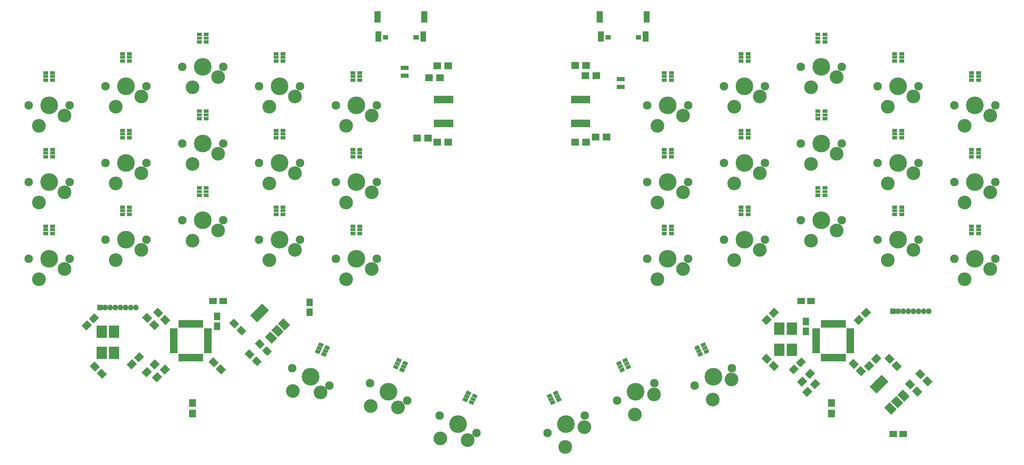
<source format=gbr>
G04 #@! TF.GenerationSoftware,KiCad,Pcbnew,(5.0.0)*
G04 #@! TF.CreationDate,2018-09-14T16:20:53+02:00*
G04 #@! TF.ProjectId,FNH35_rev1,464E4833355F726576312E6B69636164,rev?*
G04 #@! TF.SameCoordinates,Original*
G04 #@! TF.FileFunction,Soldermask,Top*
G04 #@! TF.FilePolarity,Negative*
%FSLAX46Y46*%
G04 Gerber Fmt 4.6, Leading zero omitted, Abs format (unit mm)*
G04 Created by KiCad (PCBNEW (5.0.0)) date 09/14/18 16:20:53*
%MOMM*%
%LPD*%
G01*
G04 APERTURE LIST*
%ADD10C,0.100000*%
%ADD11C,1.650000*%
%ADD12C,2.101800*%
%ADD13C,4.387800*%
%ADD14C,3.400000*%
%ADD15C,1.100000*%
%ADD16C,0.950000*%
%ADD17R,1.200000X0.900000*%
%ADD18R,1.200000X0.700000*%
%ADD19R,1.900000X1.700000*%
%ADD20R,1.700000X1.900000*%
%ADD21R,0.679400X1.873200*%
%ADD22R,1.873200X0.679400*%
%ADD23R,2.500000X3.100000*%
%ADD24R,0.850000X1.850000*%
%ADD25C,2.400000*%
%ADD26C,1.900000*%
%ADD27C,1.700000*%
%ADD28O,1.400000X1.400000*%
%ADD29R,1.400000X1.400000*%
%ADD30C,0.900000*%
%ADD31C,0.700000*%
%ADD32R,1.900000X1.650000*%
%ADD33R,1.650000X1.900000*%
%ADD34R,0.800000X1.000000*%
G04 APERTURE END LIST*
D10*
G04 #@! TO.C,J102*
G36*
X-18017000Y-22331000D02*
X-16499750Y-22331000D01*
X-16499750Y-19514530D01*
X-18017000Y-19514530D01*
X-18017000Y-22331000D01*
G37*
G36*
X-6388530Y-22331000D02*
X-4899750Y-22331000D01*
X-4899750Y-19517120D01*
X-6388530Y-19517120D01*
X-6388530Y-22331000D01*
G37*
G36*
X-17707490Y-27081000D02*
X-16299750Y-27081000D01*
X-16299750Y-24479390D01*
X-17707490Y-24479390D01*
X-17707490Y-27081000D01*
G37*
G36*
X-6596600Y-27081000D02*
X-5199750Y-27081000D01*
X-5199750Y-24480160D01*
X-6596600Y-24480160D01*
X-6596600Y-27081000D01*
G37*
G36*
X-15882640Y-26506000D02*
X-14574750Y-26506000D01*
X-14574750Y-25455420D01*
X-15882640Y-25455420D01*
X-15882640Y-26506000D01*
G37*
G36*
X-8319250Y-26506000D02*
X-7024750Y-26506000D01*
X-7024750Y-25455428D01*
X-8319250Y-25455428D01*
X-8319250Y-26506000D01*
G37*
G04 #@! TO.C,J3*
G36*
X46850250Y-26506000D02*
X48144750Y-26506000D01*
X48144750Y-25455428D01*
X46850250Y-25455428D01*
X46850250Y-26506000D01*
G37*
G36*
X39286860Y-26506000D02*
X40594750Y-26506000D01*
X40594750Y-25455420D01*
X39286860Y-25455420D01*
X39286860Y-26506000D01*
G37*
G36*
X48572900Y-27081000D02*
X49969750Y-27081000D01*
X49969750Y-24480160D01*
X48572900Y-24480160D01*
X48572900Y-27081000D01*
G37*
G36*
X37462010Y-27081000D02*
X38869750Y-27081000D01*
X38869750Y-24479390D01*
X37462010Y-24479390D01*
X37462010Y-27081000D01*
G37*
G36*
X48780970Y-22331000D02*
X50269750Y-22331000D01*
X50269750Y-19517120D01*
X48780970Y-19517120D01*
X48780970Y-22331000D01*
G37*
G36*
X37152500Y-22331000D02*
X38669750Y-22331000D01*
X38669750Y-19514530D01*
X37152500Y-19514530D01*
X37152500Y-22331000D01*
G37*
G04 #@! TD*
D11*
G04 #@! TO.C,C101*
X-78195133Y-107177766D03*
D10*
G36*
X-78106745Y-105922651D02*
X-76940018Y-107089378D01*
X-78283521Y-108432881D01*
X-79450248Y-107266154D01*
X-78106745Y-105922651D01*
X-78106745Y-105922651D01*
G37*
D11*
X-76427367Y-105410000D03*
D10*
G36*
X-76338979Y-104154885D02*
X-75172252Y-105321612D01*
X-76515755Y-106665115D01*
X-77682482Y-105498388D01*
X-76338979Y-104154885D01*
X-76338979Y-104154885D01*
G37*
G04 #@! TD*
D11*
G04 #@! TO.C,C104*
X-72617367Y-97403883D03*
D10*
G36*
X-71362252Y-97492271D02*
X-72528979Y-98658998D01*
X-73872482Y-97315495D01*
X-72705755Y-96148768D01*
X-71362252Y-97492271D01*
X-71362252Y-97492271D01*
G37*
D11*
X-74385133Y-95636117D03*
D10*
G36*
X-73130018Y-95724505D02*
X-74296745Y-96891232D01*
X-75640248Y-95547729D01*
X-74473521Y-94381002D01*
X-73130018Y-95724505D01*
X-73130018Y-95724505D01*
G37*
G04 #@! TD*
D12*
G04 #@! TO.C,K209*
X-55518750Y-33337500D03*
X-65678750Y-33337500D03*
D13*
X-60598750Y-33337500D03*
D14*
X-56788750Y-35877500D03*
X-63138750Y-38417500D03*
G04 #@! TD*
D12*
G04 #@! TO.C,K213*
X-74568750Y-38100000D03*
X-84728750Y-38100000D03*
D13*
X-79648750Y-38100000D03*
D14*
X-75838750Y-40640000D03*
X-82188750Y-43180000D03*
G04 #@! TD*
D15*
G04 #@! TO.C,J102*
X-17249750Y-20931000D03*
X-5649750Y-20931000D03*
X-16999750Y-25781000D03*
X-5899750Y-25781000D03*
D16*
X-15224750Y-25981000D03*
X-7674750Y-25981000D03*
G04 #@! TD*
D17*
G04 #@! TO.C,DB302*
X-23348750Y-74718750D03*
D18*
X-23348750Y-73818750D03*
D17*
X-23348750Y-72918750D03*
X-21648750Y-72918750D03*
D18*
X-21648750Y-73818750D03*
D17*
X-21648750Y-74718750D03*
G04 #@! TD*
D14*
G04 #@! TO.C,K214*
X-82188750Y-62230000D03*
X-75838750Y-59690000D03*
D13*
X-79648750Y-57150000D03*
D12*
X-84728750Y-57150000D03*
X-74568750Y-57150000D03*
G04 #@! TD*
D14*
G04 #@! TO.C,K203*
X-25038750Y-86042500D03*
X-18688750Y-83502500D03*
D13*
X-22498750Y-80962500D03*
D12*
X-27578750Y-80962500D03*
X-17418750Y-80962500D03*
G04 #@! TD*
D14*
G04 #@! TO.C,K215*
X-82188750Y-81280000D03*
X-75838750Y-78740000D03*
D13*
X-79648750Y-76200000D03*
D12*
X-84728750Y-76200000D03*
X-74568750Y-76200000D03*
G04 #@! TD*
G04 #@! TO.C,K216*
X-93618750Y-42862500D03*
X-103778750Y-42862500D03*
D13*
X-98698750Y-42862500D03*
D14*
X-94888750Y-45402500D03*
X-101238750Y-47942500D03*
G04 #@! TD*
D12*
G04 #@! TO.C,K204*
X7355064Y-124224396D03*
X-1853024Y-119930594D03*
D13*
X2751020Y-122077495D03*
D14*
X5130602Y-125989692D03*
X-1697903Y-125608088D03*
G04 #@! TD*
D12*
G04 #@! TO.C,K211*
X-55518750Y-71437500D03*
X-65678750Y-71437500D03*
D13*
X-60598750Y-71437500D03*
D14*
X-56788750Y-73977500D03*
X-63138750Y-76517500D03*
G04 #@! TD*
D17*
G04 #@! TO.C,DB316*
X-97848750Y-36618750D03*
D18*
X-97848750Y-35718750D03*
D17*
X-97848750Y-34818750D03*
X-99548750Y-34818750D03*
D18*
X-99548750Y-35718750D03*
D17*
X-99548750Y-36618750D03*
G04 #@! TD*
G04 #@! TO.C,DB314*
X-80498750Y-69956250D03*
D18*
X-80498750Y-69056250D03*
D17*
X-80498750Y-68156250D03*
X-78798750Y-68156250D03*
D18*
X-78798750Y-69056250D03*
D17*
X-78798750Y-69956250D03*
G04 #@! TD*
D14*
G04 #@! TO.C,K210*
X-63138750Y-57467500D03*
X-56788750Y-54927500D03*
D13*
X-60598750Y-52387500D03*
D12*
X-65678750Y-52387500D03*
X-55518750Y-52387500D03*
G04 #@! TD*
G04 #@! TO.C,K207*
X-36468750Y-76200000D03*
X-46628750Y-76200000D03*
D13*
X-41548750Y-76200000D03*
D14*
X-37738750Y-78740000D03*
X-44088750Y-81280000D03*
G04 #@! TD*
D12*
G04 #@! TO.C,K202*
X-17418750Y-61912500D03*
X-27578750Y-61912500D03*
D13*
X-22498750Y-61912500D03*
D14*
X-18688750Y-64452500D03*
X-25038750Y-66992500D03*
G04 #@! TD*
D12*
G04 #@! TO.C,K206*
X-36468750Y-57150000D03*
X-46628750Y-57150000D03*
D13*
X-41548750Y-57150000D03*
D14*
X-37738750Y-59690000D03*
X-44088750Y-62230000D03*
G04 #@! TD*
G04 #@! TO.C,K205*
X-44088750Y-43180000D03*
X-37738750Y-40640000D03*
D13*
X-41548750Y-38100000D03*
D12*
X-46628750Y-38100000D03*
X-36468750Y-38100000D03*
G04 #@! TD*
G04 #@! TO.C,K218*
X-93618750Y-80962500D03*
X-103778750Y-80962500D03*
D13*
X-98698750Y-80962500D03*
D14*
X-94888750Y-83502500D03*
X-101238750Y-86042500D03*
G04 #@! TD*
D19*
G04 #@! TO.C,R107*
X-2411250Y-52050000D03*
X288750Y-52050000D03*
G04 #@! TD*
D20*
G04 #@! TO.C,R103*
X-63138750Y-119460000D03*
X-63138750Y-116760000D03*
G04 #@! TD*
D21*
G04 #@! TO.C,U102*
X-66288350Y-97129600D03*
X-65805750Y-97129600D03*
X-65297750Y-97129600D03*
X-64789750Y-97129600D03*
X-64307150Y-97129600D03*
X-63799150Y-97129600D03*
X-63291150Y-97129600D03*
X-62783150Y-97129600D03*
X-62300550Y-97129600D03*
X-61792550Y-97129600D03*
X-61284550Y-97129600D03*
X-60801950Y-97129600D03*
D22*
X-59328750Y-98602800D03*
X-59328750Y-99085400D03*
X-59328750Y-99593400D03*
X-59328750Y-100101400D03*
X-59328750Y-100584000D03*
X-59328750Y-101092000D03*
X-59328750Y-101600000D03*
X-59328750Y-102108000D03*
X-59328750Y-102590600D03*
X-59328750Y-103098600D03*
X-59328750Y-103606600D03*
X-59328750Y-104089200D03*
D21*
X-60801950Y-105562400D03*
X-61284550Y-105562400D03*
X-61792550Y-105562400D03*
X-62300550Y-105562400D03*
X-62783150Y-105562400D03*
X-63291150Y-105562400D03*
X-63799150Y-105562400D03*
X-64307150Y-105562400D03*
X-64789750Y-105562400D03*
X-65297750Y-105562400D03*
X-65805750Y-105562400D03*
X-66288350Y-105562400D03*
D22*
X-67761550Y-104089200D03*
X-67761550Y-103606600D03*
X-67761550Y-103098600D03*
X-67761550Y-102590600D03*
X-67761550Y-102108000D03*
X-67761550Y-101600000D03*
X-67761550Y-101092000D03*
X-67761550Y-100584000D03*
X-67761550Y-100101400D03*
X-67761550Y-99593400D03*
X-67761550Y-99085400D03*
X-67761550Y-98602800D03*
G04 #@! TD*
D23*
G04 #@! TO.C,X101*
X-85667750Y-99077001D03*
X-85667750Y-104376999D03*
X-82567750Y-104376999D03*
X-82567750Y-99077001D03*
G04 #@! TD*
D24*
G04 #@! TO.C,U103*
X1097130Y-41463445D03*
X447130Y-41463445D03*
X-202870Y-41463445D03*
X-852870Y-41463445D03*
X-1502870Y-41463445D03*
X-2152870Y-41463445D03*
X-2802870Y-41463445D03*
X-2802870Y-47363445D03*
X-2152870Y-47363445D03*
X-1502870Y-47363445D03*
X-852870Y-47363445D03*
X-202870Y-47363445D03*
X447130Y-47363445D03*
X1097130Y-47363445D03*
G04 #@! TD*
D25*
G04 #@! TO.C,U101*
X-46482155Y-94424161D03*
D10*
G36*
X-44148703Y-93787765D02*
X-47118551Y-96757613D01*
X-48815607Y-95060557D01*
X-45845759Y-92090709D01*
X-44148703Y-93787765D01*
X-44148703Y-93787765D01*
G37*
D26*
X-42027383Y-98878933D03*
D10*
G36*
X-40507103Y-99055710D02*
X-41850606Y-100399213D01*
X-43547663Y-98702156D01*
X-42204160Y-97358653D01*
X-40507103Y-99055710D01*
X-40507103Y-99055710D01*
G37*
D26*
X-40401037Y-97252588D03*
D10*
G36*
X-38880757Y-97429365D02*
X-40224260Y-98772868D01*
X-41921317Y-97075811D01*
X-40577814Y-95732308D01*
X-38880757Y-97429365D01*
X-38880757Y-97429365D01*
G37*
D26*
X-43653728Y-100505279D03*
D10*
G36*
X-42133448Y-100682056D02*
X-43476951Y-102025559D01*
X-45174008Y-100328502D01*
X-43830505Y-98984999D01*
X-42133448Y-100682056D01*
X-42133448Y-100682056D01*
G37*
G04 #@! TD*
D27*
G04 #@! TO.C,R102*
X-72546656Y-107197906D03*
D10*
G36*
X-72617367Y-108470698D02*
X-73819448Y-107268617D01*
X-72475945Y-105925114D01*
X-71273864Y-107127195D01*
X-72617367Y-108470698D01*
X-72617367Y-108470698D01*
G37*
D27*
X-74455844Y-109107094D03*
D10*
G36*
X-74526555Y-110379886D02*
X-75728636Y-109177805D01*
X-74385133Y-107834302D01*
X-73183052Y-109036383D01*
X-74526555Y-110379886D01*
X-74526555Y-110379886D01*
G37*
G04 #@! TD*
D19*
G04 #@! TO.C,R104*
X288750Y-33050000D03*
X-2411250Y-33050000D03*
G04 #@! TD*
G04 #@! TO.C,R105*
X-4411250Y-36050000D03*
X-1711250Y-36050000D03*
G04 #@! TD*
D11*
G04 #@! TO.C,C102*
X-71642633Y-94366117D03*
D10*
G36*
X-70387518Y-94454505D02*
X-71554245Y-95621232D01*
X-72897748Y-94277729D01*
X-71731021Y-93111002D01*
X-70387518Y-94454505D01*
X-70387518Y-94454505D01*
G37*
D11*
X-69874867Y-96133883D03*
D10*
G36*
X-68619752Y-96222271D02*
X-69786479Y-97388998D01*
X-71129982Y-96045495D01*
X-69963255Y-94878768D01*
X-68619752Y-96222271D01*
X-68619752Y-96222271D01*
G37*
G04 #@! TD*
D27*
G04 #@! TO.C,R101*
X-70006656Y-108467906D03*
D10*
G36*
X-69935945Y-107195114D02*
X-68733864Y-108397195D01*
X-70077367Y-109740698D01*
X-71279448Y-108538617D01*
X-69935945Y-107195114D01*
X-69935945Y-107195114D01*
G37*
D27*
X-71915844Y-110377094D03*
D10*
G36*
X-71845133Y-109104302D02*
X-70643052Y-110306383D01*
X-71986555Y-111649886D01*
X-73188636Y-110447805D01*
X-71845133Y-109104302D01*
X-71845133Y-109104302D01*
G37*
G04 #@! TD*
D28*
G04 #@! TO.C,J103*
X-77171250Y-93050000D03*
X-78441250Y-93050000D03*
X-79711250Y-93050000D03*
X-80981250Y-93050000D03*
X-82251250Y-93050000D03*
X-83521250Y-93050000D03*
X-84791250Y-93050000D03*
D29*
X-86061250Y-93050000D03*
G04 #@! TD*
D17*
G04 #@! TO.C,DB317*
X-99548750Y-74718750D03*
D18*
X-99548750Y-73818750D03*
D17*
X-99548750Y-72918750D03*
X-97848750Y-72918750D03*
D18*
X-97848750Y-73818750D03*
D17*
X-97848750Y-74718750D03*
G04 #@! TD*
D30*
G04 #@! TO.C,DB303*
X6836963Y-115049896D03*
D10*
G36*
X6103000Y-115204164D02*
X6483357Y-114388487D01*
X7570926Y-114895628D01*
X7190569Y-115711305D01*
X6103000Y-115204164D01*
X6103000Y-115204164D01*
G37*
D31*
X6456608Y-115865573D03*
D10*
G36*
X5764907Y-115929210D02*
X6060740Y-115294794D01*
X7148309Y-115801936D01*
X6852476Y-116436352D01*
X5764907Y-115929210D01*
X5764907Y-115929210D01*
G37*
D30*
X6076250Y-116681250D03*
D10*
G36*
X5342287Y-116835518D02*
X5722644Y-116019841D01*
X6810213Y-116526982D01*
X6429856Y-117342659D01*
X5342287Y-116835518D01*
X5342287Y-116835518D01*
G37*
D30*
X4535527Y-115962798D03*
D10*
G36*
X3801564Y-116117066D02*
X4181921Y-115301389D01*
X5269490Y-115808530D01*
X4889133Y-116624207D01*
X3801564Y-116117066D01*
X3801564Y-116117066D01*
G37*
D31*
X4915882Y-115147121D03*
D10*
G36*
X4224181Y-115210758D02*
X4520014Y-114576342D01*
X5607583Y-115083484D01*
X5311750Y-115717900D01*
X4224181Y-115210758D01*
X4224181Y-115210758D01*
G37*
D30*
X5296240Y-114331444D03*
D10*
G36*
X4562277Y-114485712D02*
X4942634Y-113670035D01*
X6030203Y-114177176D01*
X5649846Y-114992853D01*
X4562277Y-114485712D01*
X4562277Y-114485712D01*
G37*
G04 #@! TD*
D17*
G04 #@! TO.C,DB318*
X-97848750Y-53868750D03*
D18*
X-97848750Y-54768750D03*
D17*
X-97848750Y-55668750D03*
X-99548750Y-55668750D03*
D18*
X-99548750Y-54768750D03*
D17*
X-99548750Y-53868750D03*
G04 #@! TD*
D11*
G04 #@! TO.C,C108*
X-47180886Y-106425430D03*
D10*
G36*
X-45925771Y-106513818D02*
X-47092498Y-107680545D01*
X-48436001Y-106337042D01*
X-47269274Y-105170315D01*
X-45925771Y-106513818D01*
X-45925771Y-106513818D01*
G37*
D11*
X-48948652Y-104657664D03*
D10*
G36*
X-47693537Y-104746052D02*
X-48860264Y-105912779D01*
X-50203767Y-104569276D01*
X-49037040Y-103402549D01*
X-47693537Y-104746052D01*
X-47693537Y-104746052D01*
G37*
G04 #@! TD*
D11*
G04 #@! TO.C,C105*
X-57875133Y-106680000D03*
D10*
G36*
X-59130248Y-106591612D02*
X-57963521Y-105424885D01*
X-56620018Y-106768388D01*
X-57786745Y-107935115D01*
X-59130248Y-106591612D01*
X-59130248Y-106591612D01*
G37*
D11*
X-56107367Y-108447766D03*
D10*
G36*
X-57362482Y-108359378D02*
X-56195755Y-107192651D01*
X-54852252Y-108536154D01*
X-56018979Y-109702881D01*
X-57362482Y-108359378D01*
X-57362482Y-108359378D01*
G37*
G04 #@! TD*
D32*
G04 #@! TO.C,C103*
X-55538750Y-91440000D03*
X-58038750Y-91440000D03*
G04 #@! TD*
D30*
G04 #@! TO.C,DB311*
X-31302868Y-102359621D03*
D10*
G36*
X-32036831Y-102513889D02*
X-31656474Y-101698212D01*
X-30568905Y-102205353D01*
X-30949262Y-103021030D01*
X-32036831Y-102513889D01*
X-32036831Y-102513889D01*
G37*
D31*
X-31683226Y-103175298D03*
D10*
G36*
X-32374927Y-103238935D02*
X-32079094Y-102604519D01*
X-30991525Y-103111661D01*
X-31287358Y-103746077D01*
X-32374927Y-103238935D01*
X-32374927Y-103238935D01*
G37*
D30*
X-32063581Y-103990975D03*
D10*
G36*
X-32797544Y-104145243D02*
X-32417187Y-103329566D01*
X-31329618Y-103836707D01*
X-31709975Y-104652384D01*
X-32797544Y-104145243D01*
X-32797544Y-104145243D01*
G37*
D30*
X-30522858Y-104709427D03*
D10*
G36*
X-31256821Y-104863695D02*
X-30876464Y-104048018D01*
X-29788895Y-104555159D01*
X-30169252Y-105370836D01*
X-31256821Y-104863695D01*
X-31256821Y-104863695D01*
G37*
D31*
X-30142500Y-103893750D03*
D10*
G36*
X-30834201Y-103957387D02*
X-30538368Y-103322971D01*
X-29450799Y-103830113D01*
X-29746632Y-104464529D01*
X-30834201Y-103957387D01*
X-30834201Y-103957387D01*
G37*
D30*
X-29762145Y-103078073D03*
D10*
G36*
X-30496108Y-103232341D02*
X-30115751Y-102416664D01*
X-29028182Y-102923805D01*
X-29408539Y-103739482D01*
X-30496108Y-103232341D01*
X-30496108Y-103232341D01*
G37*
G04 #@! TD*
D17*
G04 #@! TO.C,DB305*
X-42398750Y-31856250D03*
D18*
X-42398750Y-30956250D03*
D17*
X-42398750Y-30056250D03*
X-40698750Y-30056250D03*
D18*
X-40698750Y-30956250D03*
D17*
X-40698750Y-31856250D03*
G04 #@! TD*
G04 #@! TO.C,DB308*
X-42398750Y-49106250D03*
D18*
X-42398750Y-50006250D03*
D17*
X-42398750Y-50906250D03*
X-40698750Y-50906250D03*
D18*
X-40698750Y-50006250D03*
D17*
X-40698750Y-49106250D03*
G04 #@! TD*
D11*
G04 #@! TO.C,C111*
X-52758652Y-97037664D03*
D10*
G36*
X-51503537Y-97126052D02*
X-52670264Y-98292779D01*
X-54013767Y-96949276D01*
X-52847040Y-95782549D01*
X-51503537Y-97126052D01*
X-51503537Y-97126052D01*
G37*
D11*
X-50990886Y-98805430D03*
D10*
G36*
X-49735771Y-98893818D02*
X-50902498Y-100060545D01*
X-52246001Y-98717042D01*
X-51079274Y-97550315D01*
X-49735771Y-98893818D01*
X-49735771Y-98893818D01*
G37*
G04 #@! TD*
D17*
G04 #@! TO.C,DB304*
X-21648750Y-53868750D03*
D18*
X-21648750Y-54768750D03*
D17*
X-21648750Y-55668750D03*
X-23348750Y-55668750D03*
D18*
X-23348750Y-54768750D03*
D17*
X-23348750Y-53868750D03*
G04 #@! TD*
G04 #@! TO.C,DB312*
X-59748750Y-44343750D03*
D18*
X-59748750Y-45243750D03*
D17*
X-59748750Y-46143750D03*
X-61448750Y-46143750D03*
D18*
X-61448750Y-45243750D03*
D17*
X-61448750Y-44343750D03*
G04 #@! TD*
D30*
G04 #@! TO.C,DB307*
X-10392500Y-106956250D03*
D10*
G36*
X-11126463Y-107110518D02*
X-10746106Y-106294841D01*
X-9658537Y-106801982D01*
X-10038894Y-107617659D01*
X-11126463Y-107110518D01*
X-11126463Y-107110518D01*
G37*
D31*
X-10772855Y-107771927D03*
D10*
G36*
X-11464556Y-107835564D02*
X-11168723Y-107201148D01*
X-10081154Y-107708290D01*
X-10376987Y-108342706D01*
X-11464556Y-107835564D01*
X-11464556Y-107835564D01*
G37*
D30*
X-11153213Y-108587604D03*
D10*
G36*
X-11887176Y-108741872D02*
X-11506819Y-107926195D01*
X-10419250Y-108433336D01*
X-10799607Y-109249013D01*
X-11887176Y-108741872D01*
X-11887176Y-108741872D01*
G37*
D30*
X-12693936Y-107869152D03*
D10*
G36*
X-13427899Y-108023420D02*
X-13047542Y-107207743D01*
X-11959973Y-107714884D01*
X-12340330Y-108530561D01*
X-13427899Y-108023420D01*
X-13427899Y-108023420D01*
G37*
D31*
X-12313581Y-107053475D03*
D10*
G36*
X-13005282Y-107117112D02*
X-12709449Y-106482696D01*
X-11621880Y-106989838D01*
X-11917713Y-107624254D01*
X-13005282Y-107117112D01*
X-13005282Y-107117112D01*
G37*
D30*
X-11933223Y-106237798D03*
D10*
G36*
X-12667186Y-106392066D02*
X-12286829Y-105576389D01*
X-11199260Y-106083530D01*
X-11579617Y-106899207D01*
X-12667186Y-106392066D01*
X-12667186Y-106392066D01*
G37*
G04 #@! TD*
D17*
G04 #@! TO.C,DB315*
X-80498750Y-49106250D03*
D18*
X-80498750Y-50006250D03*
D17*
X-80498750Y-50906250D03*
X-78798750Y-50906250D03*
D18*
X-78798750Y-50006250D03*
D17*
X-78798750Y-49106250D03*
G04 #@! TD*
D33*
G04 #@! TO.C,C112*
X-34094769Y-94294047D03*
X-34094769Y-91794047D03*
G04 #@! TD*
D11*
G04 #@! TO.C,C107*
X-89379133Y-97525883D03*
D10*
G36*
X-89290745Y-96270768D02*
X-88124018Y-97437495D01*
X-89467521Y-98780998D01*
X-90634248Y-97614271D01*
X-89290745Y-96270768D01*
X-89290745Y-96270768D01*
G37*
D11*
X-87611367Y-95758117D03*
D10*
G36*
X-87522979Y-94503002D02*
X-86356252Y-95669729D01*
X-87699755Y-97013232D01*
X-88866482Y-95846505D01*
X-87522979Y-94503002D01*
X-87522979Y-94503002D01*
G37*
G04 #@! TD*
D17*
G04 #@! TO.C,DB306*
X-40698750Y-69956250D03*
D18*
X-40698750Y-69056250D03*
D17*
X-40698750Y-68156250D03*
X-42398750Y-68156250D03*
D18*
X-42398750Y-69056250D03*
D17*
X-42398750Y-69956250D03*
G04 #@! TD*
D11*
G04 #@! TO.C,C109*
X-87379133Y-107758117D03*
D10*
G36*
X-88634248Y-107669729D02*
X-87467521Y-106503002D01*
X-86124018Y-107846505D01*
X-87290745Y-109013232D01*
X-88634248Y-107669729D01*
X-88634248Y-107669729D01*
G37*
D11*
X-85611367Y-109525883D03*
D10*
G36*
X-86866482Y-109437495D02*
X-85699755Y-108270768D01*
X-84356252Y-109614271D01*
X-85522979Y-110780998D01*
X-86866482Y-109437495D01*
X-86866482Y-109437495D01*
G37*
G04 #@! TD*
D17*
G04 #@! TO.C,DB313*
X-80498750Y-31856250D03*
D18*
X-80498750Y-30956250D03*
D17*
X-80498750Y-30056250D03*
X-78798750Y-30056250D03*
D18*
X-78798750Y-30956250D03*
D17*
X-78798750Y-31856250D03*
G04 #@! TD*
G04 #@! TO.C,DB309*
X-59748750Y-27093750D03*
D18*
X-59748750Y-26193750D03*
D17*
X-59748750Y-25293750D03*
X-61448750Y-25293750D03*
D18*
X-61448750Y-26193750D03*
D17*
X-61448750Y-27093750D03*
G04 #@! TD*
G04 #@! TO.C,DB301*
X-21648750Y-36618750D03*
D18*
X-21648750Y-35718750D03*
D17*
X-21648750Y-34818750D03*
X-23348750Y-34818750D03*
D18*
X-23348750Y-35718750D03*
D17*
X-23348750Y-36618750D03*
G04 #@! TD*
D19*
G04 #@! TO.C,R106*
X-4711250Y-51050000D03*
X-7411250Y-51050000D03*
G04 #@! TD*
D33*
G04 #@! TO.C,C106*
X-56991250Y-95270000D03*
X-56991250Y-97770000D03*
G04 #@! TD*
D11*
G04 #@! TO.C,C110*
X-44640886Y-103885430D03*
D10*
G36*
X-43385771Y-103973818D02*
X-44552498Y-105140545D01*
X-45896001Y-103797042D01*
X-44729274Y-102630315D01*
X-43385771Y-103973818D01*
X-43385771Y-103973818D01*
G37*
D11*
X-46408652Y-102117664D03*
D10*
G36*
X-45153537Y-102206052D02*
X-46320264Y-103372779D01*
X-47663767Y-102029276D01*
X-46497040Y-100862549D01*
X-45153537Y-102206052D01*
X-45153537Y-102206052D01*
G37*
G04 #@! TD*
D17*
G04 #@! TO.C,DB310*
X-59748750Y-65193750D03*
D18*
X-59748750Y-64293750D03*
D17*
X-59748750Y-63393750D03*
X-61448750Y-63393750D03*
D18*
X-61448750Y-64293750D03*
D17*
X-61448750Y-65193750D03*
G04 #@! TD*
D14*
G04 #@! TO.C,K217*
X-101238750Y-66992500D03*
X-94888750Y-64452500D03*
D13*
X-98698750Y-61912500D03*
D12*
X-103778750Y-61912500D03*
X-93618750Y-61912500D03*
G04 #@! TD*
D14*
G04 #@! TO.C,K208*
X-18963067Y-117557210D03*
X-12134562Y-117938814D03*
D13*
X-14514144Y-114026617D03*
D12*
X-19118188Y-111879716D03*
X-9910100Y-116173518D03*
G04 #@! TD*
G04 #@! TO.C,K212*
X-29187982Y-112438931D03*
X-38396070Y-108145129D03*
D13*
X-33792026Y-110292030D03*
D14*
X-31412444Y-114204227D03*
X-38240949Y-113822623D03*
G04 #@! TD*
G04 #@! TO.C,K201*
X-25038750Y-47942500D03*
X-18688750Y-45402500D03*
D13*
X-22498750Y-42862500D03*
D12*
X-27578750Y-42862500D03*
X-17418750Y-42862500D03*
G04 #@! TD*
G04 #@! TO.C,K1*
X136048750Y-61912500D03*
X125888750Y-61912500D03*
D13*
X130968750Y-61912500D03*
D14*
X134778750Y-64452500D03*
X128428750Y-66992500D03*
G04 #@! TD*
D12*
G04 #@! TO.C,K40*
X59848750Y-42862500D03*
X49688750Y-42862500D03*
D13*
X54768750Y-42862500D03*
D14*
X58578750Y-45402500D03*
X52228750Y-47942500D03*
G04 #@! TD*
G04 #@! TO.C,K20*
X90328750Y-38417500D03*
X96678750Y-35877500D03*
D13*
X92868750Y-33337500D03*
D12*
X87788750Y-33337500D03*
X97948750Y-33337500D03*
G04 #@! TD*
D14*
G04 #@! TO.C,K23*
X65906905Y-115969524D03*
X70588509Y-110983876D03*
D13*
X66062026Y-110292030D03*
D12*
X61457982Y-112438931D03*
X70666070Y-108145129D03*
G04 #@! TD*
G04 #@! TO.C,K33*
X51388188Y-111879716D03*
X42180100Y-116173518D03*
D13*
X46784144Y-114026617D03*
D14*
X51310627Y-114718463D03*
X46629023Y-119704111D03*
G04 #@! TD*
D17*
G04 #@! TO.C,DB0*
X131818750Y-34818750D03*
D18*
X131818750Y-35718750D03*
D17*
X131818750Y-36618750D03*
X130118750Y-36618750D03*
D18*
X130118750Y-35718750D03*
D17*
X130118750Y-34818750D03*
G04 #@! TD*
D14*
G04 #@! TO.C,K22*
X90328750Y-76517500D03*
X96678750Y-73977500D03*
D13*
X92868750Y-71437500D03*
D12*
X87788750Y-71437500D03*
X97948750Y-71437500D03*
G04 #@! TD*
G04 #@! TO.C,K30*
X78898750Y-38100000D03*
X68738750Y-38100000D03*
D13*
X73818750Y-38100000D03*
D14*
X77628750Y-40640000D03*
X71278750Y-43180000D03*
G04 #@! TD*
D12*
G04 #@! TO.C,K42*
X59848750Y-80962500D03*
X49688750Y-80962500D03*
D13*
X54768750Y-80962500D03*
D14*
X58578750Y-83502500D03*
X52228750Y-86042500D03*
G04 #@! TD*
G04 #@! TO.C,K43*
X29363859Y-127754989D03*
X34045463Y-122769341D03*
D13*
X29518980Y-122077495D03*
D12*
X24914936Y-124224396D03*
X34123024Y-119930594D03*
G04 #@! TD*
D14*
G04 #@! TO.C,K0*
X128428750Y-47942500D03*
X134778750Y-45402500D03*
D13*
X130968750Y-42862500D03*
D12*
X125888750Y-42862500D03*
X136048750Y-42862500D03*
G04 #@! TD*
G04 #@! TO.C,K12*
X116998750Y-76200000D03*
X106838750Y-76200000D03*
D13*
X111918750Y-76200000D03*
D14*
X115728750Y-78740000D03*
X109378750Y-81280000D03*
G04 #@! TD*
G04 #@! TO.C,K10*
X109378750Y-43180000D03*
X115728750Y-40640000D03*
D13*
X111918750Y-38100000D03*
D12*
X106838750Y-38100000D03*
X116998750Y-38100000D03*
G04 #@! TD*
D14*
G04 #@! TO.C,K41*
X52228750Y-66992500D03*
X58578750Y-64452500D03*
D13*
X54768750Y-61912500D03*
D12*
X49688750Y-61912500D03*
X59848750Y-61912500D03*
G04 #@! TD*
D14*
G04 #@! TO.C,K31*
X71278750Y-62230000D03*
X77628750Y-59690000D03*
D13*
X73818750Y-57150000D03*
D12*
X68738750Y-57150000D03*
X78898750Y-57150000D03*
G04 #@! TD*
D14*
G04 #@! TO.C,K32*
X71278750Y-81280000D03*
X77628750Y-78740000D03*
D13*
X73818750Y-76200000D03*
D12*
X68738750Y-76200000D03*
X78898750Y-76200000D03*
G04 #@! TD*
D14*
G04 #@! TO.C,K2*
X128428750Y-86042500D03*
X134778750Y-83502500D03*
D13*
X130968750Y-80962500D03*
D12*
X125888750Y-80962500D03*
X136048750Y-80962500D03*
G04 #@! TD*
D16*
G04 #@! TO.C,J3*
X47494750Y-25981000D03*
X39944750Y-25981000D03*
D15*
X49269750Y-25781000D03*
X38169750Y-25781000D03*
X49519750Y-20931000D03*
X37919750Y-20931000D03*
G04 #@! TD*
D12*
G04 #@! TO.C,K21*
X97948750Y-52387500D03*
X87788750Y-52387500D03*
D13*
X92868750Y-52387500D03*
D14*
X96678750Y-54927500D03*
X90328750Y-57467500D03*
G04 #@! TD*
D12*
G04 #@! TO.C,K11*
X116998750Y-57150000D03*
X106838750Y-57150000D03*
D13*
X111918750Y-57150000D03*
D14*
X115728750Y-59690000D03*
X109378750Y-62230000D03*
G04 #@! TD*
D17*
G04 #@! TO.C,DB42*
X53918750Y-72918750D03*
D18*
X53918750Y-73818750D03*
D17*
X53918750Y-74718750D03*
X55618750Y-74718750D03*
D18*
X55618750Y-73818750D03*
D17*
X55618750Y-72918750D03*
G04 #@! TD*
G04 #@! TO.C,DB12*
X111068750Y-68156250D03*
D18*
X111068750Y-69056250D03*
D17*
X111068750Y-69956250D03*
X112768750Y-69956250D03*
D18*
X112768750Y-69056250D03*
D17*
X112768750Y-68156250D03*
G04 #@! TD*
G04 #@! TO.C,DB22*
X93718750Y-63393750D03*
D18*
X93718750Y-64293750D03*
D17*
X93718750Y-65193750D03*
X92018750Y-65193750D03*
D18*
X92018750Y-64293750D03*
D17*
X92018750Y-63393750D03*
G04 #@! TD*
G04 #@! TO.C,DB30*
X72968750Y-30056250D03*
D18*
X72968750Y-30956250D03*
D17*
X72968750Y-31856250D03*
X74668750Y-31856250D03*
D18*
X74668750Y-30956250D03*
D17*
X74668750Y-30056250D03*
G04 #@! TD*
G04 #@! TO.C,DB2*
X130118750Y-72918750D03*
D18*
X130118750Y-73818750D03*
D17*
X130118750Y-74718750D03*
X131818750Y-74718750D03*
D18*
X131818750Y-73818750D03*
D17*
X131818750Y-72918750D03*
G04 #@! TD*
G04 #@! TO.C,DB21*
X93718750Y-46143750D03*
D18*
X93718750Y-45243750D03*
D17*
X93718750Y-44343750D03*
X92018750Y-44343750D03*
D18*
X92018750Y-45243750D03*
D17*
X92018750Y-46143750D03*
G04 #@! TD*
G04 #@! TO.C,DB1*
X131818750Y-55668750D03*
D18*
X131818750Y-54768750D03*
D17*
X131818750Y-53868750D03*
X130118750Y-53868750D03*
D18*
X130118750Y-54768750D03*
D17*
X130118750Y-55668750D03*
G04 #@! TD*
G04 #@! TO.C,DB11*
X111068750Y-50906250D03*
D18*
X111068750Y-50006250D03*
D17*
X111068750Y-49106250D03*
X112768750Y-49106250D03*
D18*
X112768750Y-50006250D03*
D17*
X112768750Y-50906250D03*
G04 #@! TD*
G04 #@! TO.C,DB31*
X72968750Y-50906250D03*
D18*
X72968750Y-50006250D03*
D17*
X72968750Y-49106250D03*
X74668750Y-49106250D03*
D18*
X74668750Y-50006250D03*
D17*
X74668750Y-50906250D03*
G04 #@! TD*
G04 #@! TO.C,DB32*
X74668750Y-68156250D03*
D18*
X74668750Y-69056250D03*
D17*
X74668750Y-69956250D03*
X72968750Y-69956250D03*
D18*
X72968750Y-69056250D03*
D17*
X72968750Y-68156250D03*
G04 #@! TD*
G04 #@! TO.C,DB40*
X55618750Y-34818750D03*
D18*
X55618750Y-35718750D03*
D17*
X55618750Y-36618750D03*
X53918750Y-36618750D03*
D18*
X53918750Y-35718750D03*
D17*
X53918750Y-34818750D03*
G04 #@! TD*
G04 #@! TO.C,DB10*
X111068750Y-30056250D03*
D18*
X111068750Y-30956250D03*
D17*
X111068750Y-31856250D03*
X112768750Y-31856250D03*
D18*
X112768750Y-30956250D03*
D17*
X112768750Y-30056250D03*
G04 #@! TD*
G04 #@! TO.C,DB20*
X93718750Y-25293750D03*
D18*
X93718750Y-26193750D03*
D17*
X93718750Y-27093750D03*
X92018750Y-27093750D03*
D18*
X92018750Y-26193750D03*
D17*
X92018750Y-25293750D03*
G04 #@! TD*
D30*
G04 #@! TO.C,DB33*
X44963936Y-107869152D03*
D10*
G36*
X45317542Y-107207743D02*
X45697899Y-108023420D01*
X44610330Y-108530561D01*
X44229973Y-107714884D01*
X45317542Y-107207743D01*
X45317542Y-107207743D01*
G37*
D31*
X44583581Y-107053475D03*
D10*
G36*
X44979449Y-106482696D02*
X45275282Y-107117112D01*
X44187713Y-107624254D01*
X43891880Y-106989838D01*
X44979449Y-106482696D01*
X44979449Y-106482696D01*
G37*
D30*
X44203223Y-106237798D03*
D10*
G36*
X44556829Y-105576389D02*
X44937186Y-106392066D01*
X43849617Y-106899207D01*
X43469260Y-106083530D01*
X44556829Y-105576389D01*
X44556829Y-105576389D01*
G37*
D30*
X42662500Y-106956250D03*
D10*
G36*
X43016106Y-106294841D02*
X43396463Y-107110518D01*
X42308894Y-107617659D01*
X41928537Y-106801982D01*
X43016106Y-106294841D01*
X43016106Y-106294841D01*
G37*
D31*
X43042855Y-107771927D03*
D10*
G36*
X43438723Y-107201148D02*
X43734556Y-107835564D01*
X42646987Y-108342706D01*
X42351154Y-107708290D01*
X43438723Y-107201148D01*
X43438723Y-107201148D01*
G37*
D30*
X43423213Y-108587604D03*
D10*
G36*
X43776819Y-107926195D02*
X44157176Y-108741872D01*
X43069607Y-109249013D01*
X42689250Y-108433336D01*
X43776819Y-107926195D01*
X43776819Y-107926195D01*
G37*
G04 #@! TD*
D17*
G04 #@! TO.C,DB41*
X55618750Y-55668750D03*
D18*
X55618750Y-54768750D03*
D17*
X55618750Y-53868750D03*
X53918750Y-53868750D03*
D18*
X53918750Y-54768750D03*
D17*
X53918750Y-55668750D03*
G04 #@! TD*
D30*
G04 #@! TO.C,DB43*
X27734473Y-115962798D03*
D10*
G36*
X28088079Y-115301389D02*
X28468436Y-116117066D01*
X27380867Y-116624207D01*
X27000510Y-115808530D01*
X28088079Y-115301389D01*
X28088079Y-115301389D01*
G37*
D31*
X27354118Y-115147121D03*
D10*
G36*
X27749986Y-114576342D02*
X28045819Y-115210758D01*
X26958250Y-115717900D01*
X26662417Y-115083484D01*
X27749986Y-114576342D01*
X27749986Y-114576342D01*
G37*
D30*
X26973760Y-114331444D03*
D10*
G36*
X27327366Y-113670035D02*
X27707723Y-114485712D01*
X26620154Y-114992853D01*
X26239797Y-114177176D01*
X27327366Y-113670035D01*
X27327366Y-113670035D01*
G37*
D30*
X25433037Y-115049896D03*
D10*
G36*
X25786643Y-114388487D02*
X26167000Y-115204164D01*
X25079431Y-115711305D01*
X24699074Y-114895628D01*
X25786643Y-114388487D01*
X25786643Y-114388487D01*
G37*
D31*
X25813392Y-115865573D03*
D10*
G36*
X26209260Y-115294794D02*
X26505093Y-115929210D01*
X25417524Y-116436352D01*
X25121691Y-115801936D01*
X26209260Y-115294794D01*
X26209260Y-115294794D01*
G37*
D30*
X26193750Y-116681250D03*
D10*
G36*
X26547356Y-116019841D02*
X26927713Y-116835518D01*
X25840144Y-117342659D01*
X25459787Y-116526982D01*
X26547356Y-116019841D01*
X26547356Y-116019841D01*
G37*
G04 #@! TD*
D30*
G04 #@! TO.C,DB23*
X62792858Y-104709427D03*
D10*
G36*
X63146464Y-104048018D02*
X63526821Y-104863695D01*
X62439252Y-105370836D01*
X62058895Y-104555159D01*
X63146464Y-104048018D01*
X63146464Y-104048018D01*
G37*
D31*
X62412500Y-103893750D03*
D10*
G36*
X62808368Y-103322971D02*
X63104201Y-103957387D01*
X62016632Y-104464529D01*
X61720799Y-103830113D01*
X62808368Y-103322971D01*
X62808368Y-103322971D01*
G37*
D30*
X62032145Y-103078073D03*
D10*
G36*
X62385751Y-102416664D02*
X62766108Y-103232341D01*
X61678539Y-103739482D01*
X61298182Y-102923805D01*
X62385751Y-102416664D01*
X62385751Y-102416664D01*
G37*
D30*
X63572868Y-102359621D03*
D10*
G36*
X63926474Y-101698212D02*
X64306831Y-102513889D01*
X63219262Y-103021030D01*
X62838905Y-102205353D01*
X63926474Y-101698212D01*
X63926474Y-101698212D01*
G37*
D31*
X63953226Y-103175298D03*
D10*
G36*
X64349094Y-102604519D02*
X64644927Y-103238935D01*
X63557358Y-103746077D01*
X63261525Y-103111661D01*
X64349094Y-102604519D01*
X64349094Y-102604519D01*
G37*
D30*
X64333581Y-103990975D03*
D10*
G36*
X64687187Y-103329566D02*
X65067544Y-104145243D01*
X63979975Y-104652384D01*
X63599618Y-103836707D01*
X64687187Y-103329566D01*
X64687187Y-103329566D01*
G37*
G04 #@! TD*
D11*
G04 #@! TO.C,C1*
X81052633Y-94366117D03*
D10*
G36*
X81141021Y-93111002D02*
X82307748Y-94277729D01*
X80964245Y-95621232D01*
X79797518Y-94454505D01*
X81141021Y-93111002D01*
X81141021Y-93111002D01*
G37*
D11*
X79284867Y-96133883D03*
D10*
G36*
X79373255Y-94878768D02*
X80539982Y-96045495D01*
X79196479Y-97388998D01*
X78029752Y-96222271D01*
X79373255Y-94878768D01*
X79373255Y-94878768D01*
G37*
G04 #@! TD*
D11*
G04 #@! TO.C,C3*
X114844867Y-112146117D03*
D10*
G36*
X116099982Y-112234505D02*
X114933255Y-113401232D01*
X113589752Y-112057729D01*
X114756479Y-110891002D01*
X116099982Y-112234505D01*
X116099982Y-112234505D01*
G37*
D11*
X116612633Y-113913883D03*
D10*
G36*
X117867748Y-114002271D02*
X116701021Y-115168998D01*
X115357518Y-113825495D01*
X116524245Y-112658768D01*
X117867748Y-114002271D01*
X117867748Y-114002271D01*
G37*
G04 #@! TD*
D11*
G04 #@! TO.C,C5*
X102642633Y-108833883D03*
D10*
G36*
X101387518Y-108745495D02*
X102554245Y-107578768D01*
X103897748Y-108922271D01*
X102731021Y-110088998D01*
X101387518Y-108745495D01*
X101387518Y-108745495D01*
G37*
D11*
X100874867Y-107066117D03*
D10*
G36*
X99619752Y-106977729D02*
X100786479Y-105811002D01*
X102129982Y-107154505D01*
X100963255Y-108321232D01*
X99619752Y-106977729D01*
X99619752Y-106977729D01*
G37*
G04 #@! TD*
D11*
G04 #@! TO.C,C7*
X86020984Y-108447766D03*
D10*
G36*
X86109372Y-107192651D02*
X87276099Y-108359378D01*
X85932596Y-109702881D01*
X84765869Y-108536154D01*
X86109372Y-107192651D01*
X86109372Y-107192651D01*
G37*
D11*
X87788750Y-106680000D03*
D10*
G36*
X87877138Y-105424885D02*
X89043865Y-106591612D01*
X87700362Y-107935115D01*
X86533635Y-106768388D01*
X87877138Y-105424885D01*
X87877138Y-105424885D01*
G37*
G04 #@! TD*
D11*
G04 #@! TO.C,C4*
X111532633Y-107563883D03*
D10*
G36*
X112787748Y-107652271D02*
X111621021Y-108818998D01*
X110277518Y-107475495D01*
X111444245Y-106308768D01*
X112787748Y-107652271D01*
X112787748Y-107652271D01*
G37*
D11*
X109764867Y-105796117D03*
D10*
G36*
X111019982Y-105884505D02*
X109853255Y-107051232D01*
X108509752Y-105707729D01*
X109676479Y-104541002D01*
X111019982Y-105884505D01*
X111019982Y-105884505D01*
G37*
G04 #@! TD*
D32*
G04 #@! TO.C,C8*
X90308750Y-91440000D03*
X87808750Y-91440000D03*
G04 #@! TD*
D11*
G04 #@! TO.C,C11*
X104684867Y-107563883D03*
D10*
G36*
X104596479Y-108818998D02*
X103429752Y-107652271D01*
X104773255Y-106308768D01*
X105939982Y-107475495D01*
X104596479Y-108818998D01*
X104596479Y-108818998D01*
G37*
D11*
X106452633Y-105796117D03*
D10*
G36*
X106364245Y-107051232D02*
X105197518Y-105884505D01*
X106541021Y-104541002D01*
X107707748Y-105707729D01*
X106364245Y-107051232D01*
X106364245Y-107051232D01*
G37*
G04 #@! TD*
D29*
G04 #@! TO.C,J2*
X110648750Y-93980000D03*
D28*
X111918750Y-93980000D03*
X113188750Y-93980000D03*
X114458750Y-93980000D03*
X115728750Y-93980000D03*
X116998750Y-93980000D03*
X118268750Y-93980000D03*
X119538750Y-93980000D03*
G04 #@! TD*
D11*
G04 #@! TO.C,C2*
X81052633Y-107563883D03*
D10*
G36*
X79797518Y-107475495D02*
X80964245Y-106308768D01*
X82307748Y-107652271D01*
X81141021Y-108818998D01*
X79797518Y-107475495D01*
X79797518Y-107475495D01*
G37*
D11*
X79284867Y-105796117D03*
D10*
G36*
X78029752Y-105707729D02*
X79196479Y-104541002D01*
X80539982Y-105884505D01*
X79373255Y-107051232D01*
X78029752Y-105707729D01*
X78029752Y-105707729D01*
G37*
G04 #@! TD*
D11*
G04 #@! TO.C,C9*
X117384867Y-109606117D03*
D10*
G36*
X118639982Y-109694505D02*
X117473255Y-110861232D01*
X116129752Y-109517729D01*
X117296479Y-108351002D01*
X118639982Y-109694505D01*
X118639982Y-109694505D01*
G37*
D11*
X119152633Y-111373883D03*
D10*
G36*
X120407748Y-111462271D02*
X119241021Y-112628998D01*
X117897518Y-111285495D01*
X119064245Y-110118768D01*
X120407748Y-111462271D01*
X120407748Y-111462271D01*
G37*
G04 #@! TD*
D11*
G04 #@! TO.C,C6*
X102144867Y-96133883D03*
D10*
G36*
X102056479Y-97388998D02*
X100889752Y-96222271D01*
X102233255Y-94878768D01*
X103399982Y-96045495D01*
X102056479Y-97388998D01*
X102056479Y-97388998D01*
G37*
D11*
X103912633Y-94366117D03*
D10*
G36*
X103824245Y-95621232D02*
X102657518Y-94454505D01*
X104001021Y-93111002D01*
X105167748Y-94277729D01*
X103824245Y-95621232D01*
X103824245Y-95621232D01*
G37*
G04 #@! TD*
D33*
G04 #@! TO.C,C12*
X89058750Y-96540000D03*
X89058750Y-99040000D03*
G04 #@! TD*
D32*
G04 #@! TO.C,C10*
X113168750Y-124460000D03*
X110668750Y-124460000D03*
G04 #@! TD*
D19*
G04 #@! TO.C,R2*
X34472871Y-52033445D03*
X31772871Y-52033445D03*
G04 #@! TD*
D27*
G04 #@! TO.C,R6*
X88104156Y-111444594D03*
D10*
G36*
X88174867Y-110171802D02*
X89376948Y-111373883D01*
X88033445Y-112717386D01*
X86831364Y-111515305D01*
X88174867Y-110171802D01*
X88174867Y-110171802D01*
G37*
D27*
X90013344Y-109535406D03*
D10*
G36*
X90084055Y-108262614D02*
X91286136Y-109464695D01*
X89942633Y-110808198D01*
X88740552Y-109606117D01*
X90084055Y-108262614D01*
X90084055Y-108262614D01*
G37*
G04 #@! TD*
D22*
G04 #@! TO.C,U1*
X91598750Y-98602800D03*
X91598750Y-99085400D03*
X91598750Y-99593400D03*
X91598750Y-100101400D03*
X91598750Y-100584000D03*
X91598750Y-101092000D03*
X91598750Y-101600000D03*
X91598750Y-102108000D03*
X91598750Y-102590600D03*
X91598750Y-103098600D03*
X91598750Y-103606600D03*
X91598750Y-104089200D03*
D21*
X93071950Y-105562400D03*
X93554550Y-105562400D03*
X94062550Y-105562400D03*
X94570550Y-105562400D03*
X95053150Y-105562400D03*
X95561150Y-105562400D03*
X96069150Y-105562400D03*
X96577150Y-105562400D03*
X97059750Y-105562400D03*
X97567750Y-105562400D03*
X98075750Y-105562400D03*
X98558350Y-105562400D03*
D22*
X100031550Y-104089200D03*
X100031550Y-103606600D03*
X100031550Y-103098600D03*
X100031550Y-102590600D03*
X100031550Y-102108000D03*
X100031550Y-101600000D03*
X100031550Y-101092000D03*
X100031550Y-100584000D03*
X100031550Y-100101400D03*
X100031550Y-99593400D03*
X100031550Y-99085400D03*
X100031550Y-98602800D03*
D21*
X98558350Y-97129600D03*
X98075750Y-97129600D03*
X97567750Y-97129600D03*
X97059750Y-97129600D03*
X96577150Y-97129600D03*
X96069150Y-97129600D03*
X95561150Y-97129600D03*
X95053150Y-97129600D03*
X94570550Y-97129600D03*
X94062550Y-97129600D03*
X93554550Y-97129600D03*
X93071950Y-97129600D03*
G04 #@! TD*
D19*
G04 #@! TO.C,R1*
X36852871Y-50763445D03*
X39552871Y-50763445D03*
G04 #@! TD*
G04 #@! TO.C,R3*
X31772870Y-32983444D03*
X34472870Y-32983444D03*
G04 #@! TD*
G04 #@! TO.C,R4*
X37012870Y-35523445D03*
X34312870Y-35523445D03*
G04 #@! TD*
D27*
G04 #@! TO.C,R7*
X89374156Y-113984594D03*
D10*
G36*
X89303445Y-115257386D02*
X88101364Y-114055305D01*
X89444867Y-112711802D01*
X90646948Y-113913883D01*
X89303445Y-115257386D01*
X89303445Y-115257386D01*
G37*
D27*
X91283344Y-112075406D03*
D10*
G36*
X91212633Y-113348198D02*
X90010552Y-112146117D01*
X91354055Y-110802614D01*
X92556136Y-112004695D01*
X91212633Y-113348198D01*
X91212633Y-113348198D01*
G37*
G04 #@! TD*
D26*
G04 #@! TO.C,U2*
X109979791Y-118153732D03*
D10*
G36*
X111500071Y-118330509D02*
X110156568Y-119674012D01*
X108459511Y-117976955D01*
X109803014Y-116633452D01*
X111500071Y-118330509D01*
X111500071Y-118330509D01*
G37*
D26*
X113232482Y-114901041D03*
D10*
G36*
X114752762Y-115077818D02*
X113409259Y-116421321D01*
X111712202Y-114724264D01*
X113055705Y-113380761D01*
X114752762Y-115077818D01*
X114752762Y-115077818D01*
G37*
D26*
X111606136Y-116527386D03*
D10*
G36*
X113126416Y-116704163D02*
X111782913Y-118047666D01*
X110085856Y-116350609D01*
X111429359Y-115007106D01*
X113126416Y-116704163D01*
X113126416Y-116704163D01*
G37*
D25*
X107151364Y-112072614D03*
D10*
G36*
X109484816Y-111436218D02*
X106514968Y-114406066D01*
X104817912Y-112709010D01*
X107787760Y-109739162D01*
X109484816Y-111436218D01*
X109484816Y-111436218D01*
G37*
G04 #@! TD*
D24*
G04 #@! TO.C,U3*
X35072870Y-47363445D03*
X34422870Y-47363445D03*
X33772870Y-47363445D03*
X33122870Y-47363445D03*
X32472870Y-47363445D03*
X31822870Y-47363445D03*
X31172870Y-47363445D03*
X31172870Y-41463445D03*
X31822870Y-41463445D03*
X32472870Y-41463445D03*
X33122870Y-41463445D03*
X33772870Y-41463445D03*
X34422870Y-41463445D03*
X35072870Y-41463445D03*
G04 #@! TD*
D20*
G04 #@! TO.C,R5*
X95408750Y-116760000D03*
X95408750Y-119460000D03*
G04 #@! TD*
D23*
G04 #@! TO.C,X1*
X85528750Y-98315001D03*
X85528750Y-103614999D03*
X82428750Y-103614999D03*
X82428750Y-98315001D03*
G04 #@! TD*
D34*
G04 #@! TO.C,IC1*
X-11144250Y-35496500D03*
X-10509250Y-35496500D03*
X-9874250Y-35496500D03*
X-9874250Y-33591500D03*
X-10509250Y-33591500D03*
X-11144250Y-33591500D03*
G04 #@! TD*
G04 #@! TO.C,IC12*
X42449750Y-38290500D03*
X43084750Y-38290500D03*
X43719750Y-38290500D03*
X43719750Y-36385500D03*
X43084750Y-36385500D03*
X42449750Y-36385500D03*
G04 #@! TD*
M02*

</source>
